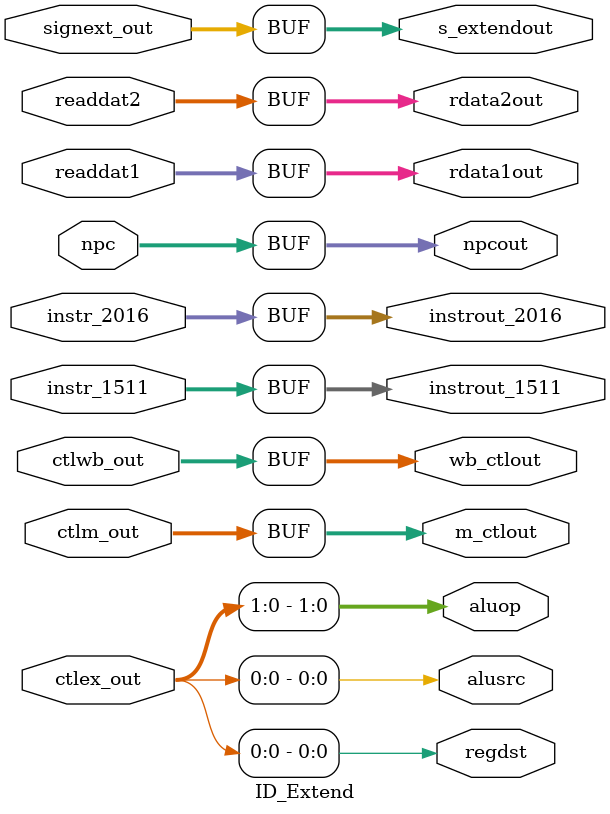
<source format=v>
`timescale 1ns / 1ps

/**Lab2 */

module ID_Extend(
    input wire [1:0] ctlwb_out,
    input wire [2:0] ctlm_out,
    input wire [3:0] ctlex_out,    //unconnected port
    input wire [31:0] npc, readdat1, readdat2, signext_out,
    input wire [4:0] instr_2016, instr_1511,
    output reg [1:0] wb_ctlout,
    output reg [2:0] m_ctlout,
    output reg regdst, alusrc,
    output reg [1:0] aluop,
    output reg [31:0] npcout, rdata1out, rdata2out, s_extendout,
    output reg [4:0] instrout_2016, instrout_1511
    );
        initial begin
            wb_ctlout <= 0;
            m_ctlout <= 0;
            regdst <= 0;
            aluop <= 0;
            alusrc <= 0;
            npcout <= 0;
            rdata1out <= 0;
            rdata2out <= 0;
            s_extendout <= 0;
            instrout_2016 <= 0;
            instrout_1511 <= 0;
        end
        
        always @* begin
            #1
            wb_ctlout <= ctlwb_out;
            m_ctlout <= ctlm_out;
            regdst <= ctlex_out;
            aluop <= ctlex_out;
            alusrc <= ctlex_out;
            npcout <= npc;
            rdata1out <= readdat1;
            rdata2out <= readdat2;
            s_extendout <= signext_out;
            instrout_2016 <= instr_2016;
            instrout_1511 <= instr_1511;
        end
endmodule
</source>
